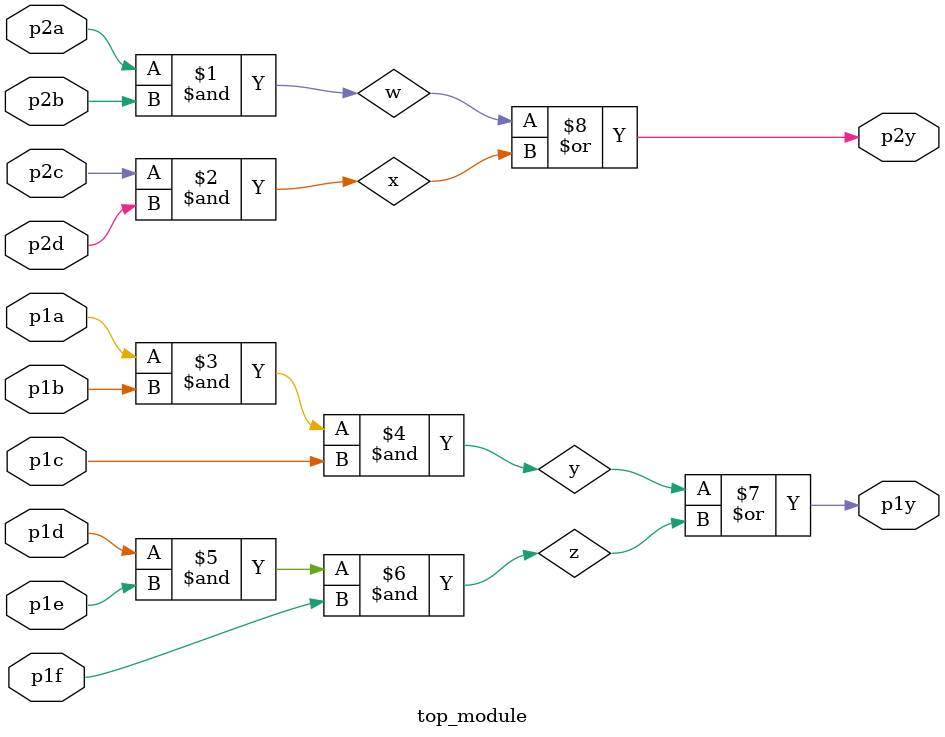
<source format=v>
module top_module ( 
    input p1a, p1b, p1c, p1d, p1e, p1f,
    output p1y,
    input p2a, p2b, p2c, p2d,
    output p2y );
    wire w,x,y,z;
    assign w=p2a&p2b;
    assign x=p2c&p2d;
    assign y=p1a&p1b&p1c;
    assign z=p1d&p1e&p1f;
    assign p1y=y|z;
    assign p2y=w|x;
endmodule

</source>
